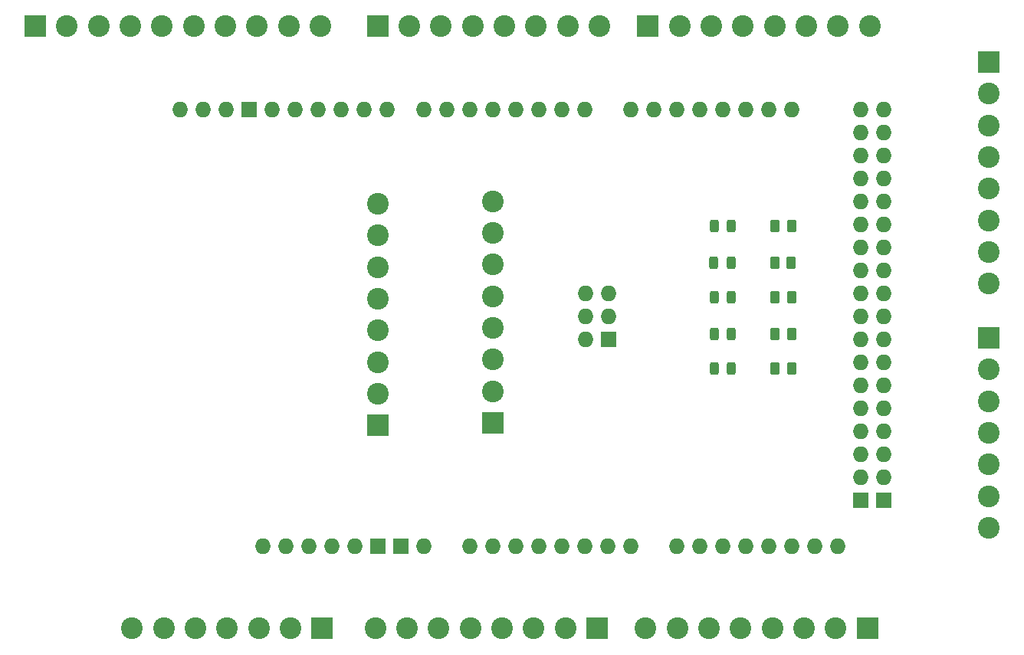
<source format=gts>
G04 #@! TF.GenerationSoftware,KiCad,Pcbnew,(7.0.0-0)*
G04 #@! TF.CreationDate,2023-12-24T21:03:28+08:00*
G04 #@! TF.ProjectId,Arduino Shield,41726475-696e-46f2-9053-6869656c642e,rev?*
G04 #@! TF.SameCoordinates,Original*
G04 #@! TF.FileFunction,Soldermask,Top*
G04 #@! TF.FilePolarity,Negative*
%FSLAX46Y46*%
G04 Gerber Fmt 4.6, Leading zero omitted, Abs format (unit mm)*
G04 Created by KiCad (PCBNEW (7.0.0-0)) date 2023-12-24 21:03:28*
%MOMM*%
%LPD*%
G01*
G04 APERTURE LIST*
G04 Aperture macros list*
%AMRoundRect*
0 Rectangle with rounded corners*
0 $1 Rounding radius*
0 $2 $3 $4 $5 $6 $7 $8 $9 X,Y pos of 4 corners*
0 Add a 4 corners polygon primitive as box body*
4,1,4,$2,$3,$4,$5,$6,$7,$8,$9,$2,$3,0*
0 Add four circle primitives for the rounded corners*
1,1,$1+$1,$2,$3*
1,1,$1+$1,$4,$5*
1,1,$1+$1,$6,$7*
1,1,$1+$1,$8,$9*
0 Add four rect primitives between the rounded corners*
20,1,$1+$1,$2,$3,$4,$5,0*
20,1,$1+$1,$4,$5,$6,$7,0*
20,1,$1+$1,$6,$7,$8,$9,0*
20,1,$1+$1,$8,$9,$2,$3,0*%
G04 Aperture macros list end*
%ADD10R,2.400000X2.400000*%
%ADD11C,2.400000*%
%ADD12RoundRect,0.243750X-0.243750X-0.456250X0.243750X-0.456250X0.243750X0.456250X-0.243750X0.456250X0*%
%ADD13RoundRect,0.250000X-0.262500X-0.450000X0.262500X-0.450000X0.262500X0.450000X-0.262500X0.450000X0*%
%ADD14O,1.727200X1.727200*%
%ADD15R,1.727200X1.727200*%
G04 APERTURE END LIST*
D10*
X117265999Y-90677999D03*
D11*
X113766000Y-90678000D03*
X110266000Y-90678000D03*
X106766000Y-90678000D03*
X103266000Y-90678000D03*
X99766000Y-90678000D03*
X96266000Y-90678000D03*
X92766000Y-90678000D03*
D12*
X100342500Y-54102000D03*
X102217500Y-54102000D03*
D10*
X25339999Y-24129999D03*
D11*
X28840000Y-24130000D03*
X32340000Y-24130000D03*
X35840000Y-24130000D03*
X39340000Y-24130000D03*
X42840000Y-24130000D03*
X46340000Y-24130000D03*
X49840000Y-24130000D03*
X53340000Y-24130000D03*
X56840000Y-24130000D03*
D13*
X107075000Y-58166000D03*
X108900000Y-58166000D03*
D10*
X130682999Y-58546999D03*
D11*
X130683000Y-62047000D03*
X130683000Y-65547000D03*
X130683000Y-69047000D03*
X130683000Y-72547000D03*
X130683000Y-76047000D03*
X130683000Y-79547000D03*
D10*
X63159999Y-24129999D03*
D11*
X66660000Y-24130000D03*
X70160000Y-24130000D03*
X73660000Y-24130000D03*
X77160000Y-24130000D03*
X80660000Y-24130000D03*
X84160000Y-24130000D03*
X87660000Y-24130000D03*
D13*
X107037500Y-50292000D03*
X108862500Y-50292000D03*
D12*
X100342500Y-46228000D03*
X102217500Y-46228000D03*
D10*
X93019999Y-24129999D03*
D11*
X96520000Y-24130000D03*
X100020000Y-24130000D03*
X103520000Y-24130000D03*
X107020000Y-24130000D03*
X110520000Y-24130000D03*
X114020000Y-24130000D03*
X117520000Y-24130000D03*
D13*
X107075000Y-61976000D03*
X108900000Y-61976000D03*
D10*
X75879999Y-67959999D03*
D11*
X75880000Y-64460000D03*
X75880000Y-60960000D03*
X75880000Y-57460000D03*
X75880000Y-53960000D03*
X75880000Y-50460000D03*
X75880000Y-46960000D03*
X75880000Y-43460000D03*
D10*
X57022999Y-90677999D03*
D11*
X53523000Y-90678000D03*
X50023000Y-90678000D03*
X46523000Y-90678000D03*
X43023000Y-90678000D03*
X39523000Y-90678000D03*
X36023000Y-90678000D03*
D10*
X130682999Y-28066999D03*
D11*
X130683000Y-31567000D03*
X130683000Y-35067000D03*
X130683000Y-38567000D03*
X130683000Y-42067000D03*
X130683000Y-45567000D03*
X130683000Y-49067000D03*
X130683000Y-52567000D03*
D12*
X100342500Y-61976000D03*
X102217500Y-61976000D03*
X100342500Y-58166000D03*
X102217500Y-58166000D03*
D10*
X87405999Y-90677999D03*
D11*
X83906000Y-90678000D03*
X80406000Y-90678000D03*
X76906000Y-90678000D03*
X73406000Y-90678000D03*
X69906000Y-90678000D03*
X66406000Y-90678000D03*
X62906000Y-90678000D03*
D12*
X100305000Y-50292000D03*
X102180000Y-50292000D03*
D13*
X107075000Y-54102000D03*
X108900000Y-54102000D03*
X107075000Y-46228000D03*
X108900000Y-46228000D03*
D14*
X50479999Y-81559999D03*
X86039999Y-33299999D03*
X83499999Y-33299999D03*
X80959999Y-33299999D03*
X78419999Y-33299999D03*
X58099999Y-81559999D03*
X75879999Y-33299999D03*
X73339999Y-33299999D03*
X88706999Y-53619999D03*
X60639999Y-81559999D03*
X116519999Y-33299999D03*
X119059999Y-33299999D03*
X70799999Y-33299999D03*
X68259999Y-33299999D03*
X64195999Y-33299999D03*
X61655999Y-33299999D03*
X59115999Y-33299999D03*
X56575999Y-33299999D03*
X54035999Y-33299999D03*
X51495999Y-33299999D03*
X91119999Y-33299999D03*
X93659999Y-33299999D03*
X96199999Y-33299999D03*
X98739999Y-33299999D03*
X101279999Y-33299999D03*
X103819999Y-33299999D03*
X106359999Y-33299999D03*
X108899999Y-33299999D03*
X116519999Y-35839999D03*
X119059999Y-35839999D03*
X116519999Y-38379999D03*
X119059999Y-38379999D03*
X116519999Y-40919999D03*
X119059999Y-40919999D03*
X116519999Y-43459999D03*
X119059999Y-43459999D03*
X116519999Y-45999999D03*
X119059999Y-45999999D03*
X116519999Y-48539999D03*
X119059999Y-48539999D03*
X116519999Y-51079999D03*
X119059999Y-51079999D03*
X116519999Y-53619999D03*
X119059999Y-53619999D03*
X116519999Y-56159999D03*
X119059999Y-56159999D03*
X116519999Y-58699999D03*
X119059999Y-58699999D03*
X116519999Y-61239999D03*
X119059999Y-61239999D03*
X116519999Y-63779999D03*
X119059999Y-63779999D03*
X116519999Y-66319999D03*
X119059999Y-66319999D03*
X116519999Y-68859999D03*
X119059999Y-68859999D03*
X116519999Y-71399999D03*
X119059999Y-71399999D03*
X116519999Y-73939999D03*
X119059999Y-73939999D03*
X73339999Y-81559999D03*
X75879999Y-81559999D03*
X78419999Y-81559999D03*
X80959999Y-81559999D03*
X83499999Y-81559999D03*
X86039999Y-81559999D03*
X88579999Y-81559999D03*
X91119999Y-81559999D03*
X96199999Y-81559999D03*
X98739999Y-81559999D03*
X101279999Y-81559999D03*
X103819999Y-81559999D03*
X46415999Y-33299999D03*
X111439999Y-81559999D03*
X113979999Y-81559999D03*
X106359999Y-81559999D03*
X108899999Y-81559999D03*
D15*
X63179999Y-81559999D03*
X65719999Y-81559999D03*
X48955999Y-33299999D03*
X88706999Y-58699999D03*
X116519999Y-76479999D03*
X119059999Y-76479999D03*
D14*
X53019999Y-81559999D03*
X86166999Y-53619999D03*
X88706999Y-56159999D03*
X55559999Y-81559999D03*
X86166999Y-58699999D03*
X86166999Y-56159999D03*
X41335999Y-33299999D03*
X43875999Y-33299999D03*
X68259999Y-81559999D03*
D10*
X63179999Y-68239999D03*
D11*
X63180000Y-64740000D03*
X63180000Y-61240000D03*
X63180000Y-57740000D03*
X63180000Y-54240000D03*
X63180000Y-50740000D03*
X63180000Y-47240000D03*
X63180000Y-43740000D03*
M02*

</source>
